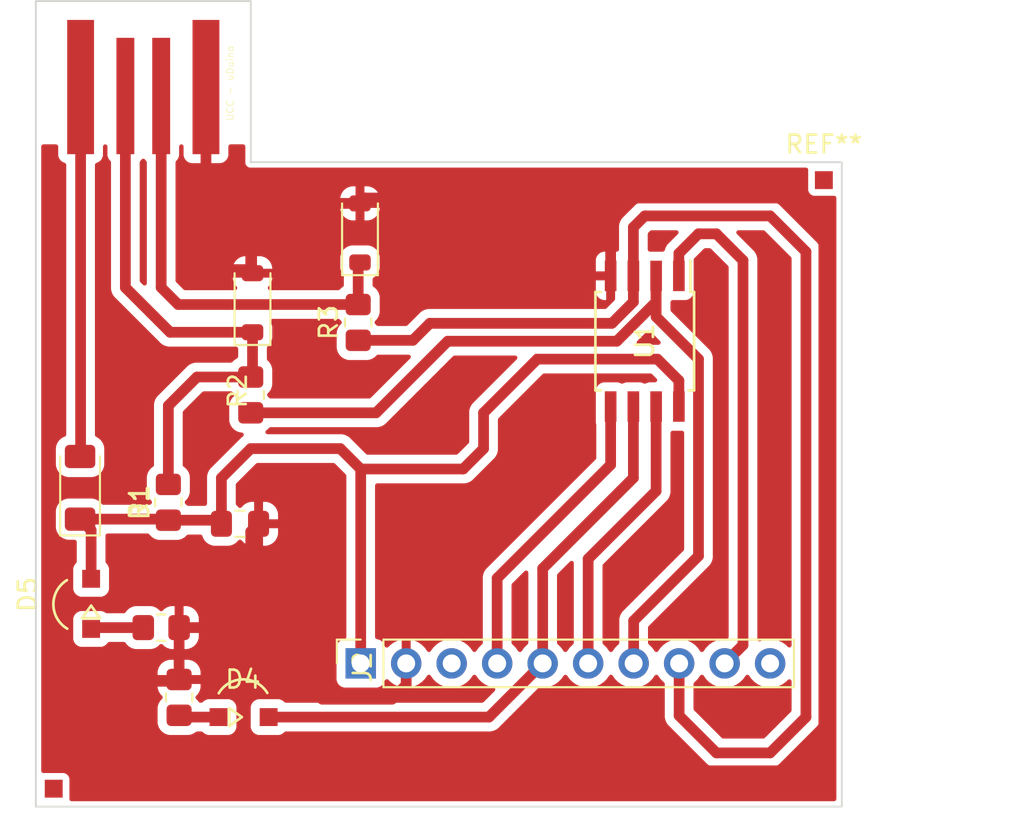
<source format=kicad_pcb>
(kicad_pcb (version 20221018) (generator pcbnew)
  (layers (0 "F.Cu" signal) (31 "B.Cu" signal) (34 "B.Paste" user) (35 "F.Paste" user) (36 "B.SilkS" user "B.Silkscreen") (37 "F.SilkS" user "F.Silkscreen") (38 "B.Mask" user) (39 "F.Mask" user) (44 "Edge.Cuts" user))
  (net 0 "")
  (net 1 "GND")
  (net 2 "Net-(D1-A)")
  (net 3 "+5V")
  (net 4 "Net-(D2-K)")
  (net 5 "Net-(D3-K)")
  (net 6 "Net-(D4-K)")
  (net 7 "Net-(D4-A)")
  (net 8 "Net-(D5-K)")
  (net 10 "Net-(J2-Pin_4)")
  (net 11 "Net-(J2-Pin_6)")
  (net 12 "Net-(J2-Pin_7)")
  (net 13 "Net-(J2-Pin_8)")
  (net 14 "Net-(J2-Pin_9)")
  (footprint "" (layer "F.Cu") (at 171 114)
    (fp_text reference "" (at 0 0) (layer "F.SilkS") (effects (font (size 1.27 1.27))))
    (fp_text value "" (at 0 0) (layer "F.SilkS") (effects (font (size 1.27 1.27))))
    (pad "" smd rect (at 0 0) (size 1 1) (layers "F.Cu" "F.Mask") (clearance 0.375))
  )
  (footprint "Resistor_SMD:R_0805_2012Metric_Pad1.20x1.40mm_HandSolder" (layer "F.Cu") (at 177 105)
    (fp_text reference "R5" hide)
    (fp_text value "330Ω 5% 1/8W")
    (fp_line (start -0.227064 -0.735) (end 0.227064 -0.735) (stroke (width 0.12)) (layer "F.SilkS"))
    (fp_line (start -0.227064 0.735) (end 0.227064 0.735) (stroke (width 0.12)) (layer "F.SilkS"))
    (pad "1" smd roundrect (at -1 0) (size 1.2 1.4) (layers "F.Cu" "F.Paste" "F.Mask") (roundrect_rratio 0.208333) (net 8 "Net-(D5-K)"))
    (pad "2" smd roundrect (at 1 0) (size 1.2 1.4) (layers "F.Cu" "F.Paste" "F.Mask") (roundrect_rratio 0.208333) (net 1 "GND"))
  )
  (footprint "Package_SO:SOIC-8W_5.3x5.3mm_P1.27mm" (layer "F.Cu") (at 204 89 -90)
    (fp_text reference "U1" (at 0 0 90) (layer "F.SilkS"))
    (fp_text value "ATtiny85-20SU")
    (fp_line (start -2.75 -2.755) (end -2.75 -2.55) (stroke (width 0.15)) (layer "F.SilkS"))
    (fp_line (start -2.75 -2.755) (end 2.75 -2.755) (stroke (width 0.15)) (layer "F.SilkS"))
    (fp_line (start -2.75 -2.55) (end -4.5 -2.55) (stroke (width 0.15)) (layer "F.SilkS"))
    (fp_line (start -2.75 2.755) (end -2.75 2.455) (stroke (width 0.15)) (layer "F.SilkS"))
    (fp_line (start -2.75 2.755) (end 2.75 2.755) (stroke (width 0.15)) (layer "F.SilkS"))
    (fp_line (start 2.75 -2.755) (end 2.75 -2.455) (stroke (width 0.15)) (layer "F.SilkS"))
    (fp_line (start 2.75 2.755) (end 2.75 2.455) (stroke (width 0.15)) (layer "F.SilkS"))
    (pad "1" smd rect (at -3.65 -1.905 270) (size 1.7 0.65) (layers "F.Cu" "F.Paste" "F.Mask") (net 14 "Net-(J2-Pin_9)"))
    (pad "2" smd rect (at -3.65 -0.635 270) (size 1.7 0.65) (layers "F.Cu" "F.Paste" "F.Mask") (net 12 "Net-(J2-Pin_7)"))
    (pad "3" smd rect (at -3.65 0.635 270) (size 1.7 0.65) (layers "F.Cu" "F.Paste" "F.Mask") (net 13 "Net-(J2-Pin_8)"))
    (pad "4" smd rect (at -3.65 1.905 270) (size 1.7 0.65) (layers "F.Cu" "F.Paste" "F.Mask") (net 1 "GND"))
    (pad "5" smd rect (at 3.65 1.905 270) (size 1.7 0.65) (layers "F.Cu" "F.Paste" "F.Mask") (net 10 "Net-(J2-Pin_4)"))
    (pad "6" smd rect (at 3.65 0.635 270) (size 1.7 0.65) (layers "F.Cu" "F.Paste" "F.Mask") (net 7 "Net-(D4-A)"))
    (pad "7" smd rect (at 3.65 -0.635 270) (size 1.7 0.65) (layers "F.Cu" "F.Paste" "F.Mask") (net 11 "Net-(J2-Pin_6)"))
    (pad "8" smd rect (at 3.65 -1.905 270) (size 1.7 0.65) (layers "F.Cu" "F.Paste" "F.Mask") (net 3 "+5V"))
  )
  (footprint "Diode_SMD:D_SOD-123" (layer "F.Cu") (at 188.1 82.95 90)
    (fp_text reference "D3" hide)
    (fp_text value "3.6V 1/2mW")
    (fp_line (start -2.36 -1) (end -2.36 1) (stroke (width 0.12)) (layer "F.SilkS"))
    (fp_line (start -2.36 -1) (end 1.65 -1) (stroke (width 0.12)) (layer "F.SilkS"))
    (fp_line (start -2.36 1) (end 1.65 1) (stroke (width 0.12)) (layer "F.SilkS"))
    (pad "1" smd roundrect (at -1.65 0 90) (size 0.9 1.2) (layers "F.Cu" "F.Paste" "F.Mask") (net 5 "Net-(D3-K)"))
    (pad "2" smd roundrect (at 1.65 0 90) (size 0.9 1.2) (layers "F.Cu" "F.Paste" "F.Mask") (net 1 "GND"))
  )
  (footprint "Resistor_SMD:R_0805_2012Metric_Pad1.20x1.40mm_HandSolder" (layer "F.Cu") (at 182 92 90)
    (fp_text reference "R2" (at 0.227064 -0.735 90) (layer "F.SilkS"))
    (fp_text value "68Ω 5% 1/8W")
    (fp_line (start -0.227064 -0.735) (end 0.227064 -0.735) (stroke (width 0.12)) (layer "F.SilkS"))
    (fp_line (start -0.227064 0.735) (end 0.227064 0.735) (stroke (width 0.12)) (layer "F.SilkS"))
    (pad "1" smd roundrect (at -1 0 90) (size 1.2 1.4) (layers "F.Cu" "F.Paste" "F.Mask") (roundrect_rratio 0.208333) (net 12 "Net-(J2-Pin_7)"))
    (pad "2" smd roundrect (at 1 0 90) (size 1.2 1.4) (layers "F.Cu" "F.Paste" "F.Mask") (roundrect_rratio 0.208333) (net 4 "Net-(D2-K)"))
  )
  (footprint "Connector_PinSocket_2.54mm:PinSocket_1x10_P2.54mm_Vertical" (layer "F.Cu") (at 188.14 107 90)
    (fp_text reference "J2" (at -0.2 0.1 90) (layer "F.SilkS"))
    (fp_text value "Header")
    (fp_line (start -1.33 1.27) (end -1.33 24.19) (stroke (width 0.12)) (layer "F.SilkS"))
    (fp_line (start -1.33 1.27) (end 1.33 1.27) (stroke (width 0.12)) (layer "F.SilkS"))
    (fp_line (start -1.33 24.19) (end 1.33 24.19) (stroke (width 0.12)) (layer "F.SilkS"))
    (fp_line (start 0 -1.33) (end 1.33 -1.33) (stroke (width 0.12)) (layer "F.SilkS"))
    (fp_line (start 1.33 -1.33) (end 1.33 0) (stroke (width 0.12)) (layer "F.SilkS"))
    (fp_line (start 1.33 1.27) (end 1.33 24.19) (stroke (width 0.12)) (layer "F.SilkS"))
    (pad "1" thru_hole rect (at 0 0 90) (size 1.7 1.7) (drill 1) (layers "*.Cu" "*.Mask") (net 3 "+5V"))
    (pad "2" thru_hole oval (at 0 2.54 90) (size 1.7 1.7) (drill 1) (layers "*.Cu" "*.Mask") (net 1 "GND"))
    (pad "3" thru_hole oval (at 0 5.08 90) (size 1.7 1.7) (drill 1) (layers "*.Cu" "*.Mask"))
    (pad "4" thru_hole oval (at 0 7.62 90) (size 1.7 1.7) (drill 1) (layers "*.Cu" "*.Mask") (net 10 "Net-(J2-Pin_4)"))
    (pad "5" thru_hole oval (at 0 10.16 90) (size 1.7 1.7) (drill 1) (layers "*.Cu" "*.Mask") (net 7 "Net-(D4-A)"))
    (pad "6" thru_hole oval (at 0 12.7 90) (size 1.7 1.7) (drill 1) (layers "*.Cu" "*.Mask") (net 11 "Net-(J2-Pin_6)"))
    (pad "7" thru_hole oval (at 0 15.24 90) (size 1.7 1.7) (drill 1) (layers "*.Cu" "*.Mask") (net 12 "Net-(J2-Pin_7)"))
    (pad "8" thru_hole oval (at 0 17.78 90) (size 1.7 1.7) (drill 1) (layers "*.Cu" "*.Mask") (net 13 "Net-(J2-Pin_8)"))
    (pad "9" thru_hole oval (at 0 20.32 90) (size 1.7 1.7) (drill 1) (layers "*.Cu" "*.Mask") (net 14 "Net-(J2-Pin_9)"))
    (pad "10" thru_hole oval (at 0 22.86 90) (size 1.7 1.7) (drill 1) (layers "*.Cu" "*.Mask"))
  )
  (footprint "Capacitor_SMD:C_0805_2012Metric_Pad1.18x1.45mm_HandSolder" (layer "F.Cu") (at 181.4 99.2)
    (fp_text reference "C1" hide)
    (fp_text value "0.1u")
    (fp_line (start -0.261252 -0.735) (end 0.261252 -0.735) (stroke (width 0.12)) (layer "F.SilkS"))
    (fp_line (start -0.261252 0.735) (end 0.261252 0.735) (stroke (width 0.12)) (layer "F.SilkS"))
    (pad "1" smd roundrect (at -1.0375 0) (size 1.175 1.45) (layers "F.Cu" "F.Paste" "F.Mask") (roundrect_rratio 0.212766) (net 3 "+5V"))
    (pad "2" smd roundrect (at 1.0375 0) (size 1.175 1.45) (layers "F.Cu" "F.Paste" "F.Mask") (roundrect_rratio 0.212766) (net 1 "GND"))
  )
  (footprint "Resistor_SMD:R_0805_2012Metric_Pad1.20x1.40mm_HandSolder" (layer "F.Cu") (at 188 87.95 90)
    (fp_text reference "R3" (at 0 -1.65 90) (layer "F.SilkS"))
    (fp_text value "68Ω 5% 1/8W")
    (fp_line (start -0.227064 -0.735) (end 0.227064 -0.735) (stroke (width 0.12)) (layer "F.SilkS"))
    (fp_line (start -0.227064 0.735) (end 0.227064 0.735) (stroke (width 0.12)) (layer "F.SilkS"))
    (pad "1" smd roundrect (at -1 0 90) (size 1.2 1.4) (layers "F.Cu" "F.Paste" "F.Mask") (roundrect_rratio 0.208333) (net 13 "Net-(J2-Pin_8)"))
    (pad "2" smd roundrect (at 1 0 90) (size 1.2 1.4) (layers "F.Cu" "F.Paste" "F.Mask") (roundrect_rratio 0.208333) (net 5 "Net-(D3-K)"))
  )
  (footprint "embeddedPcbUsb:USB_A_UCC" (layer "F.Cu") (at 176 75 -90)
    (fp_text reference "J1" hide)
    (fp_text value "Pcb USB Type A" hide)
    (fp_text user "UCC - uDuino" (at -2.54 -5.08 90) (layer "F.SilkS") (effects (font (size 0.38608 0.38608) (thickness 0.032512)) (justify right bottom)))
    (pad "1" smd rect (at -0.2 3.5 270) (size 7.5 1.5) (layers "F.Cu" "F.Paste" "F.Mask") (net 2 "Net-(D1-A)"))
    (pad "2" smd rect (at 0.3 1 270) (size 6.5 1) (layers "F.Cu" "F.Paste" "F.Mask") (net 4 "Net-(D2-K)"))
    (pad "3" smd rect (at 0.3 -1 270) (size 6.5 1) (layers "F.Cu" "F.Paste" "F.Mask") (net 5 "Net-(D3-K)"))
    (pad "4" smd rect (at -0.2 -3.5 270) (size 7.5 1.5) (layers "F.Cu" "F.Paste" "F.Mask") (net 1 "GND"))
  )
  (footprint "Diode_SMD:D_MiniMELF" (layer "F.Cu") (at 172.47 97.19 90)
    (fp_text reference "D1" (at -0.83 3.355 90) (layer "F.SilkS"))
    (fp_text value "PMLL4148L")
    (fp_line (start -2.66 -1.11) (end -2.66 1.11) (stroke (width 0.12)) (layer "F.SilkS"))
    (fp_line (start -2.66 1.11) (end 1.75 1.11) (stroke (width 0.12)) (layer "F.SilkS"))
    (fp_line (start 1.75 -1.11) (end -2.66 -1.11) (stroke (width 0.12)) (layer "F.SilkS"))
    (pad "1" smd roundrect (at -1.75 0 90) (size 1.3 1.7) (layers "F.Cu" "F.Paste" "F.Mask") (roundrect_rratio 0.1923076923) (net 3 "+5V"))
    (pad "2" smd roundrect (at 1.75 0 90) (size 1.3 1.7) (layers "F.Cu" "F.Paste" "F.Mask") (roundrect_rratio 0.1923076923) (net 2 "Net-(D1-A)"))
  )
  (footprint "Diode_SMD:D_SOD-123" (layer "F.Cu") (at 182.1 86.85 90)
    (fp_text reference "D2" hide)
    (fp_text value "3.6 V 1/2mW ")
    (fp_line (start -2.36 -1) (end -2.36 1) (stroke (width 0.12)) (layer "F.SilkS"))
    (fp_line (start -2.36 -1) (end 1.65 -1) (stroke (width 0.12)) (layer "F.SilkS"))
    (fp_line (start -2.36 1) (end 1.65 1) (stroke (width 0.12)) (layer "F.SilkS"))
    (pad "1" smd roundrect (at -1.65 0 90) (size 0.9 1.2) (layers "F.Cu" "F.Paste" "F.Mask") (net 4 "Net-(D2-K)"))
    (pad "2" smd roundrect (at 1.65 0 90) (size 0.9 1.2) (layers "F.Cu" "F.Paste" "F.Mask") (net 1 "GND"))
  )
  (footprint "Resistor_SMD:R_0805_2012Metric_Pad1.20x1.40mm_HandSolder" (layer "F.Cu") (at 177.4 98 90)
    (fp_text reference "R1" (at 0 -1.65 90) (layer "F.SilkS"))
    (fp_text value "1.5KΩ 5% 1/8W")
    (fp_line (start -0.227064 -0.735) (end 0.227064 -0.735) (stroke (width 0.12)) (layer "F.SilkS"))
    (fp_line (start -0.227064 0.735) (end 0.227064 0.735) (stroke (width 0.12)) (layer "F.SilkS"))
    (pad "1" smd roundrect (at -1 0 90) (size 1.2 1.4) (layers "F.Cu" "F.Paste" "F.Mask") (roundrect_rratio 0.208333) (net 3 "+5V"))
    (pad "2" smd roundrect (at 1 0 90) (size 1.2 1.4) (layers "F.Cu" "F.Paste" "F.Mask") (roundrect_rratio 0.208333) (net 4 "Net-(D2-K)"))
  )
  (footprint "ledSmd:ledSMD" (layer "F.Cu") (at 182 110)
    (fp_text reference "D4" (at -0.435753 -2.107089) (layer "F.SilkS"))
    (fp_text value "Led Green ")
    (fp_line (start -1.2 0.5) (end -1.2 -0.5) (stroke (width 0.15)) (layer "F.SilkS"))
    (fp_line (start -1.15 -0.475) (end -0.5 0) (stroke (width 0.15)) (layer "F.SilkS"))
    (fp_line (start -0.5 0) (end -1.2 0.5) (stroke (width 0.15)) (layer "F.SilkS"))
    (fp_arc (start -1.786089 -1.331572) (mid -0.435753 -2.107089) (end 0.924999 -1.349999) (stroke (width 0.15)) (layer "F.SilkS"))
    (pad "1" smd rect (at -1.8 0) (size 1 1) (layers "F.Cu" "F.Paste" "F.Mask") (net 6 "Net-(D4-K)"))
    (pad "2" smd rect (at 1 0) (size 1 1) (layers "F.Cu" "F.Paste" "F.Mask") (net 7 "Net-(D4-A)"))
  )
  (footprint "Fiducial:Fiducial_0.75mm_Mask1.5mm" (layer "F.Cu") (at 214 80)
    (fp_text reference "REF**" (at 0 -2) (layer "F.SilkS"))
    (fp_text value "Fiducial_0.75mm_Mask1.5mm")
    (pad "" smd rect (at 0 0) (size 1 1) (layers "F.Cu" "F.Mask") (clearance 0.375))
  )
  (footprint "ledSmd:ledSMD" (layer "F.Cu") (at 173.0875 103.275 90)
    (fp_text reference "D5" (at 0.125 -3.55 90) (layer "F.SilkS"))
    (fp_text value "Led Red")
    (fp_line (start -1.2 0.5) (end -1.2 -0.5) (stroke (width 0.15)) (layer "F.SilkS"))
    (fp_line (start -1.15 -0.475) (end -0.5 0) (stroke (width 0.15)) (layer "F.SilkS"))
    (fp_line (start -0.5 0) (end -1.2 0.5) (stroke (width 0.15)) (layer "F.SilkS"))
    (fp_arc (start -1.786089 -1.331572) (mid -0.435753 -2.107089) (end 0.924999 -1.349999) (stroke (width 0.15)) (layer "F.SilkS"))
    (pad "1" smd rect (at -1.8 0 90) (size 1 1) (layers "F.Cu" "F.Paste" "F.Mask") (net 8 "Net-(D5-K)"))
    (pad "2" smd rect (at 1 0 90) (size 1 1) (layers "F.Cu" "F.Paste" "F.Mask") (net 3 "+5V"))
  )
  (footprint "Resistor_SMD:R_0805_2012Metric_Pad1.20x1.40mm_HandSolder" (layer "F.Cu") (at 178 108.9 -90)
    (fp_text reference "R4" hide)
    (fp_text value "330Ω 5% 1/8W")
    (fp_line (start -0.227064 -0.735) (end 0.227064 -0.735) (stroke (width 0.12)) (layer "F.SilkS"))
    (fp_line (start -0.227064 0.735) (end 0.227064 0.735) (stroke (width 0.12)) (layer "F.SilkS"))
    (pad "1" smd roundrect (at -1 0 270) (size 1.2 1.4) (layers "F.Cu" "F.Paste" "F.Mask") (roundrect_rratio 0.208333) (net 1 "GND"))
    (pad "2" smd roundrect (at 1 0 270) (size 1.2 1.4) (layers "F.Cu" "F.Paste" "F.Mask") (roundrect_rratio 0.208333) (net 6 "Net-(D4-K)"))
  )
  (gr_line (start 215 79) (end 182 79) (stroke (width 0.1)) (layer "Edge.Cuts"))
  (gr_line (start 170 70) (end 170 79) (stroke (width 0.1)) (layer "Edge.Cuts"))
  (gr_line (start 182 70) (end 182 79) (stroke (width 0.1)) (layer "Edge.Cuts"))
  (gr_line (start 170 79) (end 170 115) (stroke (width 0.1)) (layer "Edge.Cuts"))
  (gr_line (start 215 115) (end 215 79) (stroke (width 0.1)) (layer "Edge.Cuts"))
  (gr_line (start 170 115) (end 215 115) (stroke (width 0.1)) (layer "Edge.Cuts"))
  (gr_line (start 170 70) (end 182 70) (stroke (width 0.1)) (layer "Edge.Cuts"))
  (segment (start 181 105) (end 182 104) (width 0.6) (layer "F.Cu") (net 1))
  (segment (start 185 106) (end 183 104) (width 0.6) (layer "F.Cu") (net 1))
  (segment (start 178 105) (end 181 105) (width 0.6) (layer "F.Cu") (net 1))
  (segment (start 174 108) (end 177.9 108) (width 0.6) (layer "F.Cu") (net 1))
  (segment (start 183 104) (end 182 104) (width 0.6) (layer "F.Cu") (net 1))
  (segment (start 202.095 82.095) (end 201 81) (width 0.6) (layer "F.Cu") (net 1))
  (segment (start 212 81) (end 214 83) (width 0.6) (layer "F.Cu") (net 1))
  (segment (start 173 111) (end 173 109) (width 0.6) (layer "F.Cu") (net 1))
  (segment (start 179.5 74.8) (end 179.5 84.5) (width 0.6) (layer "F.Cu") (net 1))
  (segment (start 190.68 108.202081) (end 189.882081 109) (width 0.6) (layer "F.Cu") (net 1))
  (segment (start 181.9 85) (end 182.1 85.2) (width 0.6) (layer "F.Cu") (net 1))
  (segment (start 188.1 81.3) (end 182.7 81.3) (width 0.6) (layer "F.Cu") (net 1))
  (segment (start 178 107.9) (end 178 105) (width 0.6) (layer "F.Cu") (net 1))
  (segment (start 180 85) (end 181.9 85) (width 0.6) (layer "F.Cu") (net 1))
  (segment (start 189.882081 109) (end 186 109) (width 0.6) (layer "F.Cu") (net 1))
  (segment (start 201 81) (end 188.4 81) (width 0.6) (layer "F.Cu") (net 1))
  (segment (start 188.4 81) (end 188.1 81.3) (width 0.6) (layer "F.Cu") (net 1))
  (segment (start 214 111) (end 212 113) (width 0.6) (layer "F.Cu") (net 1))
  (segment (start 182.7 81.3) (end 182 82) (width 0.6) (layer "F.Cu") (net 1))
  (segment (start 185 108) (end 185 106) (width 0.6) (layer "F.Cu") (net 1))
  (segment (start 201 81) (end 212 81) (width 0.6) (layer "F.Cu") (net 1))
  (segment (start 173 109) (end 174 108) (width 0.6) (layer "F.Cu") (net 1))
  (segment (start 214 83) (end 214 111) (width 0.6) (layer "F.Cu") (net 1))
  (segment (start 182 82) (end 182 85.1) (width 0.6) (layer "F.Cu") (net 1))
  (segment (start 186 109) (end 185 108) (width 0.6) (layer "F.Cu") (net 1))
  (segment (start 182 99.6375) (end 182.4375 99.2) (width 0.6) (layer "F.Cu") (net 1))
  (segment (start 182 104) (end 182 99.6375) (width 0.6) (layer "F.Cu") (net 1))
  (segment (start 202.095 85.35) (end 202.095 82.095) (width 0.6) (layer "F.Cu") (net 1))
  (segment (start 182 85.1) (end 182.1 85.2) (width 0.6) (layer "F.Cu") (net 1))
  (segment (start 190.68 107) (end 190.68 108.202081) (width 0.6) (layer "F.Cu") (net 1))
  (segment (start 179.5 84.5) (end 180 85) (width 0.6) (layer "F.Cu") (net 1))
  (segment (start 212 113) (end 175 113) (width 0.6) (layer "F.Cu") (net 1))
  (segment (start 175 113) (end 173 111) (width 0.6) (layer "F.Cu") (net 1))
  (segment (start 177.9 108) (end 178 107.9) (width 0.6) (layer "F.Cu") (net 1))
  (segment (start 172.5 95.41) (end 172.5 74.8) (width 0.6) (layer "F.Cu") (net 2))
  (segment (start 172.47 95.44) (end 172.5 95.41) (width 0.6) (layer "F.Cu") (net 2))
  (segment (start 180.1625 99) (end 180.3625 99.2) (width 0.6) (layer "F.Cu") (net 3))
  (segment (start 188.14 96.14) (end 187 95) (width 0.6) (layer "F.Cu") (net 3))
  (segment (start 177.4 99) (end 180.1625 99) (width 0.6) (layer "F.Cu") (net 3))
  (segment (start 187 95) (end 182 95) (width 0.6) (layer "F.Cu") (net 3))
  (segment (start 173.0875 102.275) (end 173.0875 99.5575) (width 0.6) (layer "F.Cu") (net 3))
  (segment (start 180.3625 96.6375) (end 180.3625 99.2) (width 0.6) (layer "F.Cu") (net 3))
  (segment (start 172.47 98.94) (end 177.34 98.94) (width 0.6) (layer "F.Cu") (net 3))
  (segment (start 182 95) (end 180.3625 96.6375) (width 0.6) (layer "F.Cu") (net 3))
  (segment (start 195 95) (end 193.86 96.14) (width 0.6) (layer "F.Cu") (net 3))
  (segment (start 177.34 98.94) (end 177.4 99) (width 0.6) (layer "F.Cu") (net 3))
  (segment (start 205.905 91.2) (end 204.705 90) (width 0.6) (layer "F.Cu") (net 3))
  (segment (start 195 93) (end 195 95) (width 0.6) (layer "F.Cu") (net 3))
  (segment (start 188.14 96.14) (end 188.14 107) (width 0.6) (layer "F.Cu") (net 3))
  (segment (start 205.905 92.65) (end 205.905 91.2) (width 0.6) (layer "F.Cu") (net 3))
  (segment (start 193.86 96.14) (end 188.14 96.14) (width 0.6) (layer "F.Cu") (net 3))
  (segment (start 173.0875 99.5575) (end 172.47 98.94) (width 0.6) (layer "F.Cu") (net 3))
  (segment (start 198 90) (end 195 93) (width 0.6) (layer "F.Cu") (net 3))
  (segment (start 204.705 90) (end 198 90) (width 0.6) (layer "F.Cu") (net 3))
  (segment (start 179 91) (end 182 91) (width 0.6) (layer "F.Cu") (net 4))
  (segment (start 182.1 90.9) (end 182 91) (width 0.6) (layer "F.Cu") (net 4))
  (segment (start 177.5 88.5) (end 175 86) (width 0.6) (layer "F.Cu") (net 4))
  (segment (start 182.1 88.5) (end 177.5 88.5) (width 0.6) (layer "F.Cu") (net 4))
  (segment (start 177.4 97) (end 177.4 92.6) (width 0.6) (layer "F.Cu") (net 4))
  (segment (start 175 86) (end 175 75.3) (width 0.6) (layer "F.Cu") (net 4))
  (segment (start 182.1 88.5) (end 182.1 90.9) (width 0.6) (layer "F.Cu") (net 4))
  (segment (start 177.4 92.6) (end 179 91) (width 0.6) (layer "F.Cu") (net 4))
  (segment (start 177.95 86.95) (end 177 86) (width 0.6) (layer "F.Cu") (net 5))
  (segment (start 188 84.7) (end 188.1 84.6) (width 0.6) (layer "F.Cu") (net 5))
  (segment (start 188 86.95) (end 188 84.7) (width 0.6) (layer "F.Cu") (net 5))
  (segment (start 188 86.95) (end 177.95 86.95) (width 0.6) (layer "F.Cu") (net 5))
  (segment (start 177 86) (end 177 75.3) (width 0.6) (layer "F.Cu") (net 5))
  (segment (start 178.1 110) (end 178 109.9) (width 0.6) (layer "F.Cu") (net 6))
  (segment (start 180.2 110) (end 178.1 110) (width 0.6) (layer "F.Cu") (net 6))
  (segment (start 195.3 110) (end 198.3 107) (width 0.6) (layer "F.Cu") (net 7))
  (segment (start 183 110) (end 195.3 110) (width 0.6) (layer "F.Cu") (net 7))
  (segment (start 198.3 101.7) (end 203.365 96.635) (width 0.6) (layer "F.Cu") (net 7))
  (segment (start 198.3 107) (end 198.3 101.7) (width 0.6) (layer "F.Cu") (net 7))
  (segment (start 203.365 92.65) (end 203.365 96.635) (width 0.6) (layer "F.Cu") (net 7))
  (segment (start 173.1625 105) (end 173.0875 105.075) (width 0.6) (layer "F.Cu") (net 8))
  (segment (start 175.9 104.9) (end 176 105) (width 0.6) (layer "F.Cu") (net 8))
  (segment (start 176 105) (end 173.1625 105) (width 0.6) (layer "F.Cu") (net 8))
  (segment (start 202.095 92.65) (end 202.095 95.905) (width 0.6) (layer "F.Cu") (net 10))
  (segment (start 202.095 95.905) (end 195.76 102.24) (width 0.6) (layer "F.Cu") (net 10))
  (segment (start 195.76 102.24) (end 195.76 107) (width 0.6) (layer "F.Cu") (net 10))
  (segment (start 204.635 92.65) (end 204.635 97.365) (width 0.6) (layer "F.Cu") (net 11))
  (segment (start 204.635 97.365) (end 200.84 101.16) (width 0.6) (layer "F.Cu") (net 11))
  (segment (start 200.84 101.16) (end 200.84 107) (width 0.6) (layer "F.Cu") (net 11))
  (segment (start 202.437792 89) (end 193 89) (width 0.6) (layer "F.Cu") (net 12))
  (segment (start 204.635 86.802792) (end 202.437792 89) (width 0.6) (layer "F.Cu") (net 12))
  (segment (start 207 90) (end 207 101) (width 0.6) (layer "F.Cu") (net 12))
  (segment (start 204.635 87.635) (end 207 90) (width 0.6) (layer "F.Cu") (net 12))
  (segment (start 204.635 85.35) (end 204.635 86.802792) (width 0.6) (layer "F.Cu") (net 12))
  (segment (start 189 93) (end 182 93) (width 0.6) (layer "F.Cu") (net 12))
  (segment (start 193 89) (end 189 93) (width 0.6) (layer "F.Cu") (net 12))
  (segment (start 204.635 85.35) (end 204.635 87.635) (width 0.6) (layer "F.Cu") (net 12))
  (segment (start 203.38 104.62) (end 203.38 107) (width 0.6) (layer "F.Cu") (net 12))
  (segment (start 207 101) (end 203.38 104.62) (width 0.6) (layer "F.Cu") (net 12))
  (segment (start 204 82) (end 203.365 82.635) (width 0.6) (layer "F.Cu") (net 13))
  (segment (start 202.165 88) (end 192 88) (width 0.6) (layer "F.Cu") (net 13))
  (segment (start 205.92 107) (end 205.92 109.92) (width 0.6) (layer "F.Cu") (net 13))
  (segment (start 213 84) (end 211 82) (width 0.6) (layer "F.Cu") (net 13))
  (segment (start 208 112) (end 211 112) (width 0.6) (layer "F.Cu") (net 13))
  (segment (start 203.365 82.635) (end 203.365 85.35) (width 0.6) (layer "F.Cu") (net 13))
  (segment (start 213 110) (end 213 84) (width 0.6) (layer "F.Cu") (net 13))
  (segment (start 191.05 88.95) (end 188 88.95) (width 0.6) (layer "F.Cu") (net 13))
  (segment (start 203.365 86.8) (end 202.165 88) (width 0.6) (layer "F.Cu") (net 13))
  (segment (start 211 82) (end 204 82) (width 0.6) (layer "F.Cu") (net 13))
  (segment (start 205.92 109.92) (end 208 112) (width 0.6) (layer "F.Cu") (net 13))
  (segment (start 203.365 85.35) (end 203.365 86.8) (width 0.6) (layer "F.Cu") (net 13))
  (segment (start 211 112) (end 213 110) (width 0.6) (layer "F.Cu") (net 13))
  (segment (start 192 88) (end 191.05 88.95) (width 0.6) (layer "F.Cu") (net 13))
  (segment (start 205.905 84.095) (end 207 83) (width 0.6) (layer "F.Cu") (net 14))
  (segment (start 205.905 85.35) (end 205.905 84.095) (width 0.6) (layer "F.Cu") (net 14))
  (segment (start 209.485305 105.974695) (end 208.46 107) (width 0.6) (layer "F.Cu") (net 14))
  (segment (start 208 83) (end 209.485305 84.485305) (width 0.6) (layer "F.Cu") (net 14))
  (segment (start 207 83) (end 208 83) (width 0.6) (layer "F.Cu") (net 14))
  (segment (start 209.485305 84.485305) (end 209.485305 105.974695) (width 0.6) (layer "F.Cu") (net 14))
  (zone (net 1) (net_name "GND") (layer "F.Cu") (connect_pads (clearance 0.5)) (min_thickness 0.25) (fill yes (thermal_gap 0.5) (thermal_bridge_width 0.5) (island_removal_mode 1) (island_area_min 10))
    (polygon (pts (xy 216 115) (xy 216 78) (xy 169 78) (xy 168 79) (xy 168 115) (xy 169 116) (xy 215 116)))
  )
)
</source>
